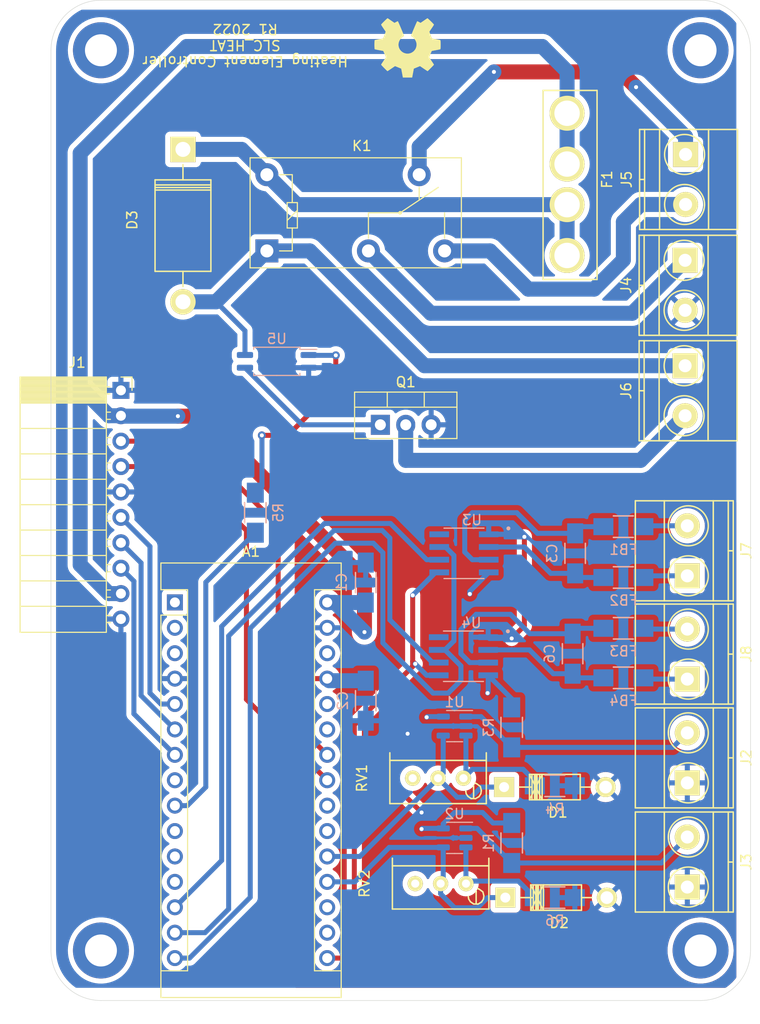
<source format=kicad_pcb>
(kicad_pcb (version 20211014) (generator pcbnew)
  (layers (0 "F.Cu" signal) (31 "B.Cu" signal) (34 "B.Paste" user) (35 "F.Paste" user) (36 "B.SilkS" user "B.Silkscreen") (37 "F.SilkS" user "F.Silkscreen") (38 "B.Mask" user) (39 "F.Mask" user) (44 "Edge.Cuts" user))
  (net 0 "")
  (net 3 "GND")
  (net 5 "+5V")
  (net 8 "/TMSTR1")
  (net 9 "/TMSTR2")
  (net 10 "/I2C_TC_CLK")
  (net 12 "/I2C_DAT")
  (net 14 "/SYNC")
  (net 16 "/E_STOP")
  (net 23 "+12V")
  (net 24 "/INT")
  (net 25 "/PWM")
  (net 26 "/TC_DATA")
  (net 27 "/TC_CLK")
  (net 28 "/SS1")
  (net 29 "/SS2")
  (net 30 "/T-1")
  (net 31 "/T+1")
  (net 32 "Net-(D3-Pad1)")
  (net 33 "Net-(Q1-Pad1)")
  (net 35 "/T-2")
  (net 36 "/T+2")
  (net 38 "Net-(D3-Pad2)")
  (net 39 "Net-(FB1-Pad2)")
  (net 40 "Net-(FB2-Pad2)")
  (net 41 "Net-(FB3-Pad2)")
  (net 42 "Net-(FB4-Pad2)")
  (net 43 "Net-(J2-Pad2)")
  (net 44 "Net-(J3-Pad2)")
  (net 45 "Net-(J5-Pad1)")
  (net 46 "Net-(J5-Pad2)")
  (net 47 "Net-(R4-Pad1)")
  (net 48 "Net-(R6-Pad1)")
  (net 51 "Net-(J6-Pad2)")
  (net 52 "Net-(J4-Pad1)")
  (net 53 "Net-(R5-Pad2)")
  (footprint "MountingHole:MountingHole_3.2mm_M3_DIN965_Pad" (layer "F.Cu") (at 127.6 44.8)
    (fp_text reference "H1" hide)
    (fp_text value "MountingHole")
    (pad "1" thru_hole circle locked (at 0 0) (size 5.6 5.6) (drill 3.2) (layers *.Cu *.Mask))
  )
  (footprint "MountingHole:MountingHole_3.2mm_M3_DIN965_Pad" (layer "F.Cu") (at 187.6 44.8)
    (fp_text reference "H2" hide)
    (fp_text value "MountingHole")
    (pad "1" thru_hole circle locked (at 0 0) (size 5.6 5.6) (drill 3.2) (layers *.Cu *.Mask))
  )
  (footprint "MountingHole:MountingHole_3.2mm_M3_DIN965_Pad" (layer "F.Cu") (at 127.6 134.8)
    (fp_text reference "H3" hide)
    (fp_text value "MountingHole")
    (pad "1" thru_hole circle locked (at 0 0) (size 5.6 5.6) (drill 3.2) (layers *.Cu *.Mask))
  )
  (footprint "MountingHole:MountingHole_3.2mm_M3_DIN965_Pad" (layer "F.Cu") (at 187.6 134.8)
    (fp_text reference "H4" hide)
    (fp_text value "MountingHole")
    (pad "1" thru_hole circle locked (at 0 0) (size 5.6 5.6) (drill 3.2) (layers *.Cu *.Mask))
  )
  (footprint "Module:Arduino_Nano" (layer "F.Cu") (at 135 100)
    (fp_text reference "A1" (at 7.62 -5.08) (layer "F.SilkS"))
    (fp_text value "Arduino_Nano_v3.x")
    (pad "1" thru_hole rect locked (at 0 0) (size 1.6 1.6) (drill 1) (layers *.Cu *.Mask))
    (pad "2" thru_hole oval locked (at 0 2.54) (size 1.6 1.6) (drill 1) (layers *.Cu *.Mask))
    (pad "3" thru_hole oval locked (at 0 5.08) (size 1.6 1.6) (drill 1) (layers *.Cu *.Mask))
    (pad "4" thru_hole oval locked (at 0 7.62) (size 1.6 1.6) (drill 1) (layers *.Cu *.Mask) (net 3 "GND"))
    (pad "5" thru_hole oval locked (at 0 10.16) (size 1.6 1.6) (drill 1) (layers *.Cu *.Mask) (net 16 "/E_STOP"))
    (pad "6" thru_hole oval locked (at 0 12.7) (size 1.6 1.6) (drill 1) (layers *.Cu *.Mask) (net 24 "/INT"))
    (pad "7" thru_hole oval locked (at 0 15.24) (size 1.6 1.6) (drill 1) (layers *.Cu *.Mask) (net 14 "/SYNC"))
    (pad "8" thru_hole oval locked (at 0 17.78) (size 1.6 1.6) (drill 1) (layers *.Cu *.Mask))
    (pad "9" thru_hole oval locked (at 0 20.32) (size 1.6 1.6) (drill 1) (layers *.Cu *.Mask) (net 25 "/PWM"))
    (pad "10" thru_hole oval locked (at 0 22.86) (size 1.6 1.6) (drill 1) (layers *.Cu *.Mask))
    (pad "11" thru_hole oval locked (at 0 25.4) (size 1.6 1.6) (drill 1) (layers *.Cu *.Mask))
    (pad "12" thru_hole oval locked (at 0 27.94) (size 1.6 1.6) (drill 1) (layers *.Cu *.Mask))
    (pad "13" thru_hole oval locked (at 0 30.48) (size 1.6 1.6) (drill 1) (layers *.Cu *.Mask) (net 28 "/SS1"))
    (pad "14" thru_hole oval locked (at 0 33.02) (size 1.6 1.6) (drill 1) (layers *.Cu *.Mask) (net 29 "/SS2"))
    (pad "15" thru_hole oval locked (at 0 35.56) (size 1.6 1.6) (drill 1) (layers *.Cu *.Mask) (net 26 "/TC_DATA"))
    (pad "16" thru_hole oval locked (at 15.24 35.56) (size 1.6 1.6) (drill 1) (layers *.Cu *.Mask) (net 27 "/TC_CLK"))
    (pad "17" thru_hole oval locked (at 15.24 33.02) (size 1.6 1.6) (drill 1) (layers *.Cu *.Mask))
    (pad "18" thru_hole oval locked (at 15.24 30.48) (size 1.6 1.6) (drill 1) (layers *.Cu *.Mask))
    (pad "19" thru_hole oval locked (at 15.24 27.94) (size 1.6 1.6) (drill 1) (layers *.Cu *.Mask) (net 9 "/TMSTR2"))
    (pad "20" thru_hole oval locked (at 15.24 25.4) (size 1.6 1.6) (drill 1) (layers *.Cu *.Mask) (net 8 "/TMSTR1"))
    (pad "21" thru_hole oval locked (at 15.24 22.86) (size 1.6 1.6) (drill 1) (layers *.Cu *.Mask))
    (pad "22" thru_hole oval locked (at 15.24 20.32) (size 1.6 1.6) (drill 1) (layers *.Cu *.Mask))
    (pad "23" thru_hole oval locked (at 15.24 17.78) (size 1.6 1.6) (drill 1) (layers *.Cu *.Mask) (net 12 "/I2C_DAT"))
    (pad "24" thru_hole oval locked (at 15.24 15.24) (size 1.6 1.6) (drill 1) (layers *.Cu *.Mask) (net 10 "/I2C_TC_CLK"))
    (pad "25" thru_hole oval locked (at 15.24 12.7) (size 1.6 1.6) (drill 1) (layers *.Cu *.Mask))
    (pad "26" thru_hole oval locked (at 15.24 10.16) (size 1.6 1.6) (drill 1) (layers *.Cu *.Mask))
    (pad "27" thru_hole oval locked (at 15.24 7.62) (size 1.6 1.6) (drill 1) (layers *.Cu *.Mask) (net 5 "+5V"))
    (pad "28" thru_hole oval locked (at 15.24 5.08) (size 1.6 1.6) (drill 1) (layers *.Cu *.Mask))
    (pad "29" thru_hole oval locked (at 15.24 2.54) (size 1.6 1.6) (drill 1) (layers *.Cu *.Mask) (net 3 "GND"))
    (pad "30" thru_hole oval locked (at 15.24 0) (size 1.6 1.6) (drill 1) (layers *.Cu *.Mask) (net 23 "+12V"))
  )
  (footprint "Connector_PinSocket_2.54mm:PinSocket_1x10_P2.54mm_Horizontal" (layer "F.Cu") (at 129.6 78.8)
    (fp_text reference "J1" (at -4.38 -2.77) (layer "F.SilkS"))
    (fp_text value "Conn_01x10_Female")
    (pad "1" thru_hole rect locked (at 0 0) (size 1.7 1.7) (drill 1) (layers *.Cu *.Mask) (net 3 "GND"))
    (pad "2" thru_hole oval locked (at 0 2.54) (size 1.7 1.7) (drill 1) (layers *.Cu *.Mask) (net 23 "+12V"))
    (pad "3" thru_hole oval locked (at 0 5.08) (size 1.7 1.7) (drill 1) (layers *.Cu *.Mask) (net 10 "/I2C_TC_CLK"))
    (pad "4" thru_hole oval locked (at 0 7.62) (size 1.7 1.7) (drill 1) (layers *.Cu *.Mask) (net 12 "/I2C_DAT"))
    (pad "5" thru_hole oval locked (at 0 10.16) (size 1.7 1.7) (drill 1) (layers *.Cu *.Mask) (net 3 "GND"))
    (pad "6" thru_hole oval locked (at 0 12.7) (size 1.7 1.7) (drill 1) (layers *.Cu *.Mask) (net 16 "/E_STOP"))
    (pad "7" thru_hole oval locked (at 0 15.24) (size 1.7 1.7) (drill 1) (layers *.Cu *.Mask) (net 24 "/INT"))
    (pad "8" thru_hole oval locked (at 0 17.78) (size 1.7 1.7) (drill 1) (layers *.Cu *.Mask) (net 14 "/SYNC"))
    (pad "9" thru_hole oval locked (at 0 20.32) (size 1.7 1.7) (drill 1) (layers *.Cu *.Mask) (net 23 "+12V"))
    (pad "10" thru_hole oval locked (at 0 22.86) (size 1.7 1.7) (drill 1) (layers *.Cu *.Mask) (net 3 "GND"))
  )
  (footprint "Symbol:OSHW-Symbol_6.7x6mm_SilkScreen" (layer "F.Cu") (at 158.287 44.55 180)
    (fp_text reference "Logo1" hide)
    (fp_text value "Logo_Open_Hardware_Small" hide)
  )
  (footprint "OCI:TerminalBlock_Pheonix_MKDS1.5-2pol" (layer "F.Cu") (at 186.273 118.043 90)
    (fp_text reference "J2" (at 2.5 5.9 90) (layer "F.SilkS"))
    (fp_text value "Term_2")
    (pad "1" thru_hole rect locked (at 0 0 90) (size 2.5 2.5) (drill 1.3) (layers *.Cu *.Mask "F.SilkS") (net 3 "GND"))
    (pad "2" thru_hole circle locked (at 5 0 90) (size 2.5 2.5) (drill 1.3) (layers *.Cu *.Mask "F.SilkS") (net 43 "Net-(J2-Pad2)"))
  )
  (footprint "OCI:TerminalBlock_Pheonix_MKDS1.5-2pol" (layer "F.Cu") (at 186.273 128.457 90)
    (fp_text reference "J3" (at 2.5 5.9 90) (layer "F.SilkS"))
    (fp_text value "Term_2")
    (pad "1" thru_hole rect locked (at 0 0 90) (size 2.5 2.5) (drill 1.3) (layers *.Cu *.Mask "F.SilkS") (net 3 "GND"))
    (pad "2" thru_hole circle locked (at 5 0 90) (size 2.5 2.5) (drill 1.3) (layers *.Cu *.Mask "F.SilkS") (net 44 "Net-(J3-Pad2)"))
  )
  (footprint "OCI:Diode_DO-201AD_Horizontal_RM15" (layer "F.Cu") (at 135.80504 54.70878 -90)
    (fp_text reference "D3" (at 7.06722 5.07704 90) (layer "F.SilkS"))
    (fp_text value "General_Purpose_Diode")
    (pad "1" thru_hole rect locked (at 0.00122 -0.00296 90) (size 2.54 2.54) (drill 1.50114) (layers *.Cu *.Mask "F.SilkS") (net 32 "Net-(D3-Pad1)"))
    (pad "2" thru_hole circle locked (at 15.24122 -0.00296 90) (size 2.54 2.54) (drill 1.50114) (layers *.Cu *.Mask "F.SilkS") (net 38 "Net-(D3-Pad2)"))
  )
  (footprint "OCI:TerminalBlock_Pheonix_MKDS1.5-2pol" (layer "F.Cu") (at 186.054 76.34 -90)
    (fp_text reference "J6" (at 2.5 5.9 90) (layer "F.SilkS"))
    (fp_text value "Term_2")
    (pad "1" thru_hole rect locked (at 0 0 270) (size 2.5 2.5) (drill 1.3) (layers *.Cu *.Mask "F.SilkS") (net 38 "Net-(D3-Pad2)"))
    (pad "2" thru_hole circle locked (at 5 0 270) (size 2.5 2.5) (drill 1.3) (layers *.Cu *.Mask "F.SilkS") (net 51 "Net-(J6-Pad2)"))
  )
  (footprint "Package_TO_SOT_THT:TO-220-3_Vertical" (layer "F.Cu") (at 155.56 82.245)
    (fp_text reference "Q1" (at 2.54 -4.27) (layer "F.SilkS"))
    (fp_text value "STGP7NC60HD")
    (pad "1" thru_hole rect (at 0 0) (size 1.905 2) (drill 1.1) (layers *.Cu *.Mask) (net 33 "Net-(Q1-Pad1)"))
    (pad "2" thru_hole oval (at 2.54 0) (size 1.905 2) (drill 1.1) (layers *.Cu *.Mask) (net 51 "Net-(J6-Pad2)"))
    (pad "3" thru_hole oval (at 5.08 0) (size 1.905 2) (drill 1.1) (layers *.Cu *.Mask) (net 3 "GND"))
  )
  (footprint "OCI:TerminalBlock_Pheonix_MKDS1.5-2pol" (layer "F.Cu") (at 186.1 55.218 -90)
    (fp_text reference "J5" (at 2.5 5.9 90) (layer "F.SilkS"))
    (fp_text value "Term_2")
    (pad "1" thru_hole rect locked (at 0 0 270) (size 2.5 2.5) (drill 1.3) (layers *.Cu *.Mask "F.SilkS") (net 45 "Net-(J5-Pad1)"))
    (pad "2" thru_hole circle locked (at 5 0 270) (size 2.5 2.5) (drill 1.3) (layers *.Cu *.Mask "F.SilkS") (net 46 "Net-(J5-Pad2)"))
  )
  (footprint "OCI:TerminalBlock_Pheonix_MKDS1.5-2pol" (layer "F.Cu") (at 186.273 107.669 90)
    (fp_text reference "J8" (at 2.5 5.9 90) (layer "F.SilkS"))
    (fp_text value "Term_2")
    (pad "1" thru_hole rect locked (at 0 0 90) (size 2.5 2.5) (drill 1.3) (layers *.Cu *.Mask "F.SilkS") (net 42 "Net-(FB4-Pad2)"))
    (pad "2" thru_hole circle locked (at 5 0 90) (size 2.5 2.5) (drill 1.3) (layers *.Cu *.Mask "F.SilkS") (net 41 "Net-(FB3-Pad2)"))
  )
  (footprint "OCI:Diode_DO-41_SOD81_Horizontal_RM10" (layer "F.Cu") (at 168.066 129.51554)
    (fp_text reference "D2" (at 5.38734 2.53746) (layer "F.SilkS"))
    (fp_text value "5.1V_z")
    (pad "1" thru_hole rect locked (at 0 -0.00254 180) (size 1.99898 1.99898) (drill 1.00076) (layers *.Cu *.Mask "F.SilkS") (net 9 "/TMSTR2"))
    (pad "2" thru_hole circle locked (at 10.16 -0.00254 180) (size 1.99898 1.99898) (drill 1.27) (layers *.Cu *.Mask "F.SilkS") (net 3 "GND"))
  )
  (footprint "OCI:TerminalBlock_Pheonix_MKDS1.5-2pol" (layer "F.Cu") (at 186.273 97.342 90)
    (fp_text reference "J7" (at 2.5 5.9 90) (layer "F.SilkS"))
    (fp_text value "Term_2")
    (pad "1" thru_hole rect locked (at 0 0 90) (size 2.5 2.5) (drill 1.3) (layers *.Cu *.Mask "F.SilkS") (net 40 "Net-(FB2-Pad2)"))
    (pad "2" thru_hole circle locked (at 5 0 90) (size 2.5 2.5) (drill 1.3) (layers *.Cu *.Mask "F.SilkS") (net 39 "Net-(FB1-Pad2)"))
  )
  (footprint "OCI:Potentiometer_Bourns_3296W_3-8Zoll_Inline_ScrewUp" (layer "F.Cu") (at 164.129 128.116 90)
    (fp_text reference "RV2" (at 0 -10.16 90) (layer "F.SilkS"))
    (fp_text value "10k_t")
    (pad "1" thru_hole circle locked (at 0 0 90) (size 1.524 1.524) (drill 0.8128) (layers *.Cu *.Mask "F.SilkS") (net 48 "Net-(R6-Pad1)"))
    (pad "2" thru_hole circle locked (at 0 -2.54 90) (size 1.524 1.524) (drill 0.8128) (layers *.Cu *.Mask "F.SilkS") (net 9 "/TMSTR2"))
    (pad "3" thru_hole circle locked (at 0 -5.08 90) (size 1.524 1.524) (drill 0.8128) (layers *.Cu *.Mask "F.SilkS"))
  )
  (footprint "OCI:TerminalBlock_Pheonix_MKDS1.5-2pol" (layer "F.Cu") (at 186.054 65.799 -90)
    (fp_text reference "J4" (at 2.5 5.9 90) (layer "F.SilkS"))
    (fp_text value "Term_2")
    (pad "1" thru_hole rect locked (at 0 0 270) (size 2.5 2.5) (drill 1.3) (layers *.Cu *.Mask "F.SilkS") (net 52 "Net-(J4-Pad1)"))
    (pad "2" thru_hole circle locked (at 5 0 270) (size 2.5 2.5) (drill 1.3) (layers *.Cu *.Mask "F.SilkS") (net 3 "GND"))
  )
  (footprint "OCI:Diode_DO-41_SOD81_Horizontal_RM10" (layer "F.Cu") (at 167.939 118.46654)
    (fp_text reference "D1" (at 5.38734 2.53746) (layer "F.SilkS"))
    (fp_text value "5.1V_z")
    (pad "1" thru_hole rect locked (at 0 -0.00254 180) (size 1.99898 1.99898) (drill 1.00076) (layers *.Cu *.Mask "F.SilkS") (net 8 "/TMSTR1"))
    (pad "2" thru_hole circle locked (at 10.16 -0.00254 180) (size 1.99898 1.99898) (drill 1.27) (layers *.Cu *.Mask "F.SilkS") (net 3 "GND"))
  )
  (footprint "OCI:Potentiometer_Bourns_3296W_3-8Zoll_Inline_ScrewUp" (layer "F.Cu") (at 163.875 117.575 90)
    (fp_text reference "RV1" (at 0 -10.16 90) (layer "F.SilkS"))
    (fp_text value "10k_t")
    (pad "1" thru_hole circle locked (at 0 0 90) (size 1.524 1.524) (drill 0.8128) (layers *.Cu *.Mask "F.SilkS") (net 47 "Net-(R4-Pad1)"))
    (pad "2" thru_hole circle locked (at 0 -2.54 90) (size 1.524 1.524) (drill 0.8128) (layers *.Cu *.Mask "F.SilkS") (net 8 "/TMSTR1"))
    (pad "3" thru_hole circle locked (at 0 -5.08 90) (size 1.524 1.524) (drill 0.8128) (layers *.Cu *.Mask "F.SilkS"))
  )
  (footprint "Relay_THT:Relay_SPDT_Omron-G5Q-1" (layer "F.Cu") (at 144.205 64.86)
    (fp_text reference "K1" (at 9.5 -10.5) (layer "F.SilkS"))
    (fp_text value "G5Q-1")
    (pad "1" thru_hole rect (at 0 0 180) (size 2.3 2.3) (drill 1.3) (layers *.Cu *.Mask) (net 38 "Net-(D3-Pad2)"))
    (pad "2" thru_hole circle (at 10.16 0 180) (size 2.3 2.3) (drill 1.3) (layers *.Cu *.Mask) (net 52 "Net-(J4-Pad1)"))
    (pad "3" thru_hole circle (at 17.78 0 180) (size 2.3 2.3) (drill 1.3) (layers *.Cu *.Mask) (net 46 "Net-(J5-Pad2)"))
    (pad "4" thru_hole circle (at 15.24 -7.62 180) (size 2.3 2.3) (drill 1.3) (layers *.Cu *.Mask) (net 45 "Net-(J5-Pad1)"))
    (pad "5" thru_hole circle (at 0 -7.62 180) (size 2.3 2.3) (drill 1.3) (layers *.Cu *.Mask) (net 32 "Net-(D3-Pad1)"))
  )
  (footprint "OCI:Fuse_Holder" (layer "F.Cu") (at 174.243 58.216 90)
    (fp_text reference "F1" (at 0.5 4 90) (layer "F.SilkS"))
    (fp_text value "10A")
    (pad "1" thru_hole circle locked (at -2.02 0 90) (size 3.5 3.5) (drill 2.54) (layers *.Cu *.Mask "F.SilkS") (net 32 "Net-(D3-Pad1)"))
    (pad "1" thru_hole circle locked (at -7.1 0 90) (size 3.5 3.5) (drill 2.54) (layers *.Cu *.Mask "F.SilkS") (net 32 "Net-(D3-Pad1)"))
    (pad "2" thru_hole circle locked (at 2.04 0 90) (size 3.5 3.5) (drill 2.54) (layers *.Cu *.Mask "F.SilkS") (net 23 "+12V"))
    (pad "2" thru_hole circle locked (at 7.12 0 90) (size 3.5 3.5) (drill 2.54) (layers *.Cu *.Mask "F.SilkS") (net 23 "+12V"))
  )
  (footprint "OCI:R_1206_HandSoldering" (layer "B.Cu") (at 179.877 107.542)
    (fp_text reference "FB4" (at 0 2.3) (layer "B.SilkS") (effects (justify mirror)))
    (fp_text value "Ferrite_Bead_Small")
    (pad "1" smd rect locked (at -2 0) (size 2 1.7) (layers "B.Cu" "B.Paste" "B.Mask") (net 35 "/T-2"))
    (pad "2" smd rect locked (at 2 0) (size 2 1.7) (layers "B.Cu" "B.Paste" "B.Mask") (net 42 "Net-(FB4-Pad2)"))
  )
  (footprint "OCI:R_1206_HandSoldering" (layer "B.Cu") (at 173.019 118.337)
    (fp_text reference "R4" (at 0 2.3) (layer "B.SilkS") (effects (justify mirror)))
    (fp_text value "10k")
    (pad "1" smd rect locked (at -2 0) (size 2 1.7) (layers "B.Cu" "B.Paste" "B.Mask") (net 47 "Net-(R4-Pad1)"))
    (pad "2" smd rect locked (at 2 0) (size 2 1.7) (layers "B.Cu" "B.Paste" "B.Mask") (net 3 "GND"))
  )
  (footprint "Package_TO_SOT_SMD:SOT-23-5" (layer "B.Cu") (at 162.986 123.544 180)
    (fp_text reference "U2" (at 0 2.4) (layer "B.SilkS") (effects (justify mirror)))
    (fp_text value "MCP6001U")
    (pad "1" smd roundrect (at -1.1375 0.95 180) (size 1.325 0.6) (layers "B.Cu" "B.Paste" "B.Mask") (net 44 "Net-(J3-Pad2)"))
    (pad "2" smd roundrect (at -1.1375 0 180) (size 1.325 0.6) (layers "B.Cu" "B.Paste" "B.Mask") (net 3 "GND"))
    (pad "3" smd roundrect (at -1.1375 -0.95 180) (size 1.325 0.6) (layers "B.Cu" "B.Paste" "B.Mask") (net 48 "Net-(R6-Pad1)"))
    (pad "4" smd roundrect (at 1.1375 -0.95 180) (size 1.325 0.6) (layers "B.Cu" "B.Paste" "B.Mask") (net 9 "/TMSTR2"))
    (pad "5" smd roundrect (at 1.1375 0.95 180) (size 1.325 0.6) (layers "B.Cu" "B.Paste" "B.Mask") (net 5 "+5V"))
  )
  (footprint "Package_TO_SOT_SMD:SOT-23-5" (layer "B.Cu") (at 162.986 112.368 180)
    (fp_text reference "U1" (at 0 2.4) (layer "B.SilkS") (effects (justify mirror)))
    (fp_text value "MCP6001U")
    (pad "1" smd roundrect (at -1.1375 0.95 180) (size 1.325 0.6) (layers "B.Cu" "B.Paste" "B.Mask") (net 43 "Net-(J2-Pad2)"))
    (pad "2" smd roundrect (at -1.1375 0 180) (size 1.325 0.6) (layers "B.Cu" "B.Paste" "B.Mask") (net 3 "GND"))
    (pad "3" smd roundrect (at -1.1375 -0.95 180) (size 1.325 0.6) (layers "B.Cu" "B.Paste" "B.Mask") (net 47 "Net-(R4-Pad1)"))
    (pad "4" smd roundrect (at 1.1375 -0.95 180) (size 1.325 0.6) (layers "B.Cu" "B.Paste" "B.Mask") (net 8 "/TMSTR1"))
    (pad "5" smd roundrect (at 1.1375 0.95 180) (size 1.325 0.6) (layers "B.Cu" "B.Paste" "B.Mask") (net 5 "+5V"))
  )
  (footprint "OCI:R_1206_HandSoldering" (layer "B.Cu") (at 173.019 129.513)
    (fp_text reference "R6" (at 0 2.3) (layer "B.SilkS") (effects (justify mirror)))
    (fp_text value "10k")
    (pad "1" smd rect locked (at -2 0) (size 2 1.7) (layers "B.Cu" "B.Paste" "B.Mask") (net 48 "Net-(R6-Pad1)"))
    (pad "2" smd rect locked (at 2 0) (size 2 1.7) (layers "B.Cu" "B.Paste" "B.Mask") (net 3 "GND"))
  )
  (footprint "OCI:C_1206_HandSoldering" (layer "B.Cu") (at 174.797 105.129 -90)
    (fp_text reference "C6" (at 0 2.3 -270) (layer "B.SilkS") (effects (justify mirror)))
    (fp_text value "0.01 uF")
    (pad "1" smd rect locked (at -2 0 270) (size 2 1.6) (layers "B.Cu" "B.Paste" "B.Mask") (net 36 "/T+2"))
    (pad "2" smd rect locked (at 2 0 270) (size 2 1.6) (layers "B.Cu" "B.Paste" "B.Mask") (net 35 "/T-2"))
  )
  (footprint "OCI:C_1206_HandSoldering" (layer "B.Cu") (at 154.096 98.017 90)
    (fp_text reference "C1" (at 0 -2.413 90) (layer "B.SilkS") (effects (justify mirror)))
    (fp_text value "10uF_t")
    (pad "1" smd rect locked (at -2 0 90) (size 2 1.6) (layers "B.Cu" "B.Paste" "B.Mask") (net 23 "+12V"))
    (pad "2" smd rect locked (at 2 0 90) (size 2 1.6) (layers "B.Cu" "B.Paste" "B.Mask") (net 3 "GND"))
  )
  (footprint "MAX6675ISA_:SOIC127P600X175-8N" (layer "B.Cu") (at 163.875 105.383 180)
    (fp_text reference "U4" (at -0.795 3.332) (layer "B.SilkS") (effects (justify mirror)))
    (fp_text value "MAX6675ISA+")
    (pad "1" smd roundrect locked (at -2.475 1.905 180) (size 1.97 0.59) (layers "B.Cu" "B.Paste" "B.Mask") (roundrect_rratio 0.07) (net 3 "GND"))
    (pad "2" smd roundrect locked (at -2.475 0.635 180) (size 1.97 0.59) (layers "B.Cu" "B.Paste" "B.Mask") (roundrect_rratio 0.07) (net 35 "/T-2"))
    (pad "3" smd roundrect locked (at -2.475 -0.635 180) (size 1.97 0.59) (layers "B.Cu" "B.Paste" "B.Mask") (roundrect_rratio 0.07) (net 36 "/T+2"))
    (pad "4" smd roundrect locked (at -2.475 -1.905 180) (size 1.97 0.59) (layers "B.Cu" "B.Paste" "B.Mask") (roundrect_rratio 0.07) (net 5 "+5V"))
    (pad "5" smd roundrect locked (at 2.475 -1.905 180) (size 1.97 0.59) (layers "B.Cu" "B.Paste" "B.Mask") (roundrect_rratio 0.07) (net 27 "/TC_CLK"))
    (pad "6" smd roundrect locked (at 2.475 -0.635 180) (size 1.97 0.59) (layers "B.Cu" "B.Paste" "B.Mask") (roundrect_rratio 0.07) (net 29 "/SS2"))
    (pad "7" smd roundrect locked (at 2.475 0.635 180) (size 1.97 0.59) (layers "B.Cu" "B.Paste" "B.Mask") (roundrect_rratio 0.07) (net 26 "/TC_DATA"))
    (pad "8" smd roundrect locked (at 2.475 1.905 180) (size 1.97 0.59) (layers "B.Cu" "B.Paste" "B.Mask") (roundrect_rratio 0.07))
  )
  (footprint "OCI:R_1206_HandSoldering" (layer "B.Cu") (at 179.877 92.429)
    (fp_text reference "FB1" (at 0 2.3) (layer "B.SilkS") (effects (justify mirror)))
    (fp_text value "Ferrite_Bead_Small")
    (pad "1" smd rect locked (at -2 0) (size 2 1.7) (layers "B.Cu" "B.Paste" "B.Mask") (net 31 "/T+1"))
    (pad "2" smd rect locked (at 2 0) (size 2 1.7) (layers "B.Cu" "B.Paste" "B.Mask") (net 39 "Net-(FB1-Pad2)"))
  )
  (footprint "OCI:R_1206_HandSoldering" (layer "B.Cu") (at 143.047 91.032 90)
    (fp_text reference "R5" (at 0 2.3 90) (layer "B.SilkS") (effects (justify mirror)))
    (fp_text value "330")
    (pad "1" smd rect locked (at -2 0 90) (size 2 1.7) (layers "B.Cu" "B.Paste" "B.Mask") (net 25 "/PWM"))
    (pad "2" smd rect locked (at 2 0 90) (size 2 1.7) (layers "B.Cu" "B.Paste" "B.Mask") (net 53 "Net-(R5-Pad2)"))
  )
  (footprint "OCI:R_1206_HandSoldering" (layer "B.Cu") (at 179.877 102.589)
    (fp_text reference "FB3" (at 0 2.3) (layer "B.SilkS") (effects (justify mirror)))
    (fp_text value "Ferrite_Bead_Small")
    (pad "1" smd rect locked (at -2 0) (size 2 1.7) (layers "B.Cu" "B.Paste" "B.Mask") (net 36 "/T+2"))
    (pad "2" smd rect locked (at 2 0) (size 2 1.7) (layers "B.Cu" "B.Paste" "B.Mask") (net 41 "Net-(FB3-Pad2)"))
  )
  (footprint "OCI:R_1206_HandSoldering" (layer "B.Cu") (at 168.701 124.052 -90)
    (fp_text reference "R1" (at 0 2.3 90) (layer "B.SilkS") (effects (justify mirror)))
    (fp_text value "10k")
    (pad "1" smd rect locked (at -2 0 270) (size 2 1.7) (layers "B.Cu" "B.Paste" "B.Mask") (net 5 "+5V"))
    (pad "2" smd rect locked (at 2 0 270) (size 2 1.7) (layers "B.Cu" "B.Paste" "B.Mask") (net 44 "Net-(J3-Pad2)"))
  )
  (footprint "Package_SO:SOP-4_4.4x2.6mm_P1.27mm" (layer "B.Cu") (at 145.2 75.9 180)
    (fp_text reference "U5" (at 0 2.25) (layer "B.SilkS") (effects (justify mirror)))
    (fp_text value "TCMT1100")
    (pad "1" smd roundrect (at -3.1875 0.635 180) (size 1.625 0.6) (layers "B.Cu" "B.Paste" "B.Mask") (net 53 "Net-(R5-Pad2)"))
    (pad "2" smd roundrect (at -3.1875 -0.635 180) (size 1.625 0.6) (layers "B.Cu" "B.Paste" "B.Mask") (net 3 "GND"))
    (pad "3" smd roundrect (at 3.1875 -0.635 180) (size 1.625 0.6) (layers "B.Cu" "B.Paste" "B.Mask") (net 33 "Net-(Q1-Pad1)"))
    (pad "4" smd roundrect (at 3.1875 0.635 180) (size 1.625 0.6) (layers "B.Cu" "B.Paste" "B.Mask") (net 38 "Net-(D3-Pad2)"))
  )
  (footprint "OCI:R_1206_HandSoldering" (layer "B.Cu") (at 168.701 112.495 -90)
    (fp_text reference "R3" (at 0 2.3 90) (layer "B.SilkS") (effects (justify mirror)))
    (fp_text value "10k")
    (pad "1" smd rect locked (at -2 0 270) (size 2 1.7) (layers "B.Cu" "B.Paste" "B.Mask") (net 5 "+5V"))
    (pad "2" smd rect locked (at 2 0 270) (size 2 1.7) (layers "B.Cu" "B.Paste" "B.Mask") (net 43 "Net-(J2-Pad2)"))
  )
  (footprint "OCI:C_1206_HandSoldering" (layer "B.Cu") (at 175.051 95.096 -90)
    (fp_text reference "C3" (at 0 2.3 -270) (layer "B.SilkS") (effects (justify mirror)))
    (fp_text value "0.01 uF")
    (pad "1" smd rect locked (at -2 0 270) (size 2 1.6) (layers "B.Cu" "B.Paste" "B.Mask") (net 31 "/T+1"))
    (pad "2" smd rect locked (at 2 0 270) (size 2 1.6) (layers "B.Cu" "B.Paste" "B.Mask") (net 30 "/T-1"))
  )
  (footprint "OCI:C_1206_HandSoldering" (layer "B.Cu") (at 154.096 109.828 -90)
    (fp_text reference "C2" (at 0 2.3 90) (layer "B.SilkS") (effects (justify mirror)))
    (fp_text value "10uF_t")
    (pad "1" smd rect locked (at -2 0 270) (size 2 1.6) (layers "B.Cu" "B.Paste" "B.Mask") (net 5 "+5V"))
    (pad "2" smd rect locked (at 2 0 270) (size 2 1.6) (layers "B.Cu" "B.Paste" "B.Mask") (net 3 "GND"))
  )
  (footprint "MAX6675ISA_:SOIC127P600X175-8N" (layer "B.Cu") (at 163.928 95.096 180)
    (fp_text reference "U3" (at -0.795 3.332) (layer "B.SilkS") (effects (justify mirror)))
    (fp_text value "MAX6675ISA+")
    (pad "1" smd roundrect locked (at -2.475 1.905 180) (size 1.97 0.59) (layers "B.Cu" "B.Paste" "B.Mask") (roundrect_rratio 0.07) (net 3 "GND"))
    (pad "2" smd roundrect locked (at -2.475 0.635 180) (size 1.97 0.59) (layers "B.Cu" "B.Paste" "B.Mask") (roundrect_rratio 0.07) (net 30 "/T-1"))
    (pad "3" smd roundrect locked (at -2.475 -0.635 180) (size 1.97 0.59) (layers "B.Cu" "B.Paste" "B.Mask") (roundrect_rratio 0.07) (net 31 "/T+1"))
    (pad "4" smd roundrect locked (at -2.475 -1.905 180) (size 1.97 0.59) (layers "B.Cu" "B.Paste" "B.Mask") (roundrect_rratio 0.07) (net 5 "+5V"))
    (pad "5" smd roundrect locked (at 2.475 -1.905 180) (size 1.97 0.59) (layers "B.Cu" "B.Paste" "B.Mask") (roundrect_rratio 0.07) (net 27 "/TC_CLK"))
    (pad "6" smd roundrect locked (at 2.475 -0.635 180) (size 1.97 0.59) (layers "B.Cu" "B.Paste" "B.Mask") (roundrect_rratio 0.07) (net 28 "/SS1"))
    (pad "7" smd roundrect locked (at 2.475 0.635 180) (size 1.97 0.59) (layers "B.Cu" "B.Paste" "B.Mask") (roundrect_rratio 0.07) (net 26 "/TC_DATA"))
    (pad "8" smd roundrect locked (at 2.475 1.905 180) (size 1.97 0.59) (layers "B.Cu" "B.Paste" "B.Mask") (roundrect_rratio 0.07))
  )
  (footprint "OCI:R_1206_HandSoldering" (layer "B.Cu") (at 179.877 97.509)
    (fp_text reference "FB2" (at 0 2.3) (layer "B.SilkS") (effects (justify mirror)))
    (fp_text value "Ferrite_Bead_Small")
    (pad "1" smd rect locked (at -2 0) (size 2 1.7) (layers "B.Cu" "B.Paste" "B.Mask") (net 30 "/T-1"))
    (pad "2" smd rect locked (at 2 0) (size 2 1.7) (layers "B.Cu" "B.Paste" "B.Mask") (net 40 "Net-(FB2-Pad2)"))
  )
  (gr_line (start 192.6 44.8) (end 192.6 134.8) (layer "Edge.Cuts") (width 0.05))
  (gr_arc (start 192.6 134.8) (mid 191.135534 138.335534) (end 187.6 139.8) (layer "Edge.Cuts") (width 0.05))
  (gr_arc (start 122.6 44.8) (mid 124.064466 41.264466) (end 127.6 39.8) (layer "Edge.Cuts") (width 0.05))
  (gr_line (start 122.6 134.8) (end 122.6 44.8) (layer "Edge.Cuts") (width 0.05))
  (gr_arc (start 127.6 139.8) (mid 124.064466 138.335534) (end 122.6 134.8) (layer "Edge.Cuts") (width 0.05))
  (gr_line (start 127.6 139.8) (end 187.6 139.8) (layer "Edge.Cuts") (width 0.05))
  (gr_line (start 127.6 39.8) (end 187.6 39.8) (layer "Edge.Cuts") (width 0.05))
  (gr_arc (start 187.6 39.8) (mid 191.135534 41.264466) (end 192.6 44.8) (layer "Edge.Cuts") (width 0.05))
  (gr_text "Heating Element Controller\nSLC_HEAT\nR1 2022" (at 142.031 44.296 180) (layer "F.SilkS") (effects (font (size 1 1))))
  (segment (start 156.636 114.781) (end 156.636 117.956) (width 0.5) (layer "F.Cu") (net 3))
  (segment (start 169.971 102.335) (end 168.701 103.605) (width 0.5) (layer "F.Cu") (net 3))
  (segment (start 156.636 117.956) (end 159.684 121.004) (width 0.5) (layer "F.Cu") (net 3))
  (segment (start 158.287 113.13) (end 156.636 114.781) (width 0.5) (layer "F.Cu") (net 3))
  (segment (start 169.971 93.445) (end 169.971 102.335) (width 0.5) (layer "F.Cu") (net 3))
  (via (at 158.287 113.13) (size 0.5) (drill 0.4) (layers "F.Cu" "B.Cu") (net 3))
  (via (at 168.701 103.605) (size 0.5) (drill 0.4) (layers "F.Cu" "B.Cu") (net 3))
  (via (at 169.971 93.445) (size 0.5) (drill 0.4) (layers "F.Cu" "B.Cu") (net 3))
  (via (at 159.684 121.004) (size 0.5) (drill 0.4) (layers "F.Cu" "B.Cu") (net 3))
  (segment (start 169.717 93.191) (end 169.971 93.445) (width 0.5) (layer "B.Cu") (net 3))
  (segment (start 168.701 103.605) (end 166.477 103.605) (width 0.5) (layer "B.Cu") (net 3))
  (segment (start 166.477 103.605) (end 166.35 103.478) (width 0.5) (layer "B.Cu") (net 3))
  (segment (start 164.1235 112.368) (end 159.049 112.368) (width 0.5) (layer "B.Cu") (net 3))
  (segment (start 159.049 112.368) (end 158.287 113.13) (width 0.5) (layer "B.Cu") (net 3))
  (segment (start 166.403 93.191) (end 169.717 93.191) (width 0.5) (layer "B.Cu") (net 3))
  (segment (start 166.288 109.066) (end 164.51 107.288) (width 0.5) (layer "F.Cu") (net 5))
  (segment (start 164.51 107.288) (end 164.51 99.16) (width 0.5) (layer "F.Cu") (net 5))
  (via (at 164.51 99.16) (size 0.5) (drill 0.4) (layers "F.Cu" "B.Cu") (net 5))
  (via (at 159.684 122.655) (size 0.5) (drill 0.4) (layers "F.Cu" "B.Cu") (net 5))
  (via (at 160.192 111.479) (size 0.5) (drill 0.4) (layers "F.Cu" "B.Cu") (net 5))
  (via (at 166.288 109.066) (size 0.5) (drill 0.4) (layers "F.Cu" "B.Cu") (net 5))
  (segment (start 168.701 109.639) (end 166.35 107.288) (width 0.5) (layer "B.Cu") (net 5))
  (segment (start 164.51 98.894) (end 166.403 97.001) (width 0.5) (layer "B.Cu") (net 5))
  (segment (start 166.828 122.052) (end 165.78 121.004) (width 0.5) (layer "B.Cu") (net 5))
  (segment (start 161.8485 122.594) (end 159.745 122.594) (width 0.5) (layer "B.Cu") (net 5))
  (segment (start 164.51 99.16) (end 164.51 98.894) (width 0.5) (layer "B.Cu") (net 5))
  (segment (start 166.35 109.004) (end 166.288 109.066) (width 0.5) (layer "B.Cu") (net 5))
  (segment (start 154.096 107.828) (end 150.448 107.828) (width 1.5) (layer "B.Cu") (net 5))
  (segment (start 168.701 122.052) (end 166.828 122.052) (width 0.5) (layer "B.Cu") (net 5))
  (segment (start 159.745 122.594) (end 159.684 122.655) (width 0.5) (layer "B.Cu") (net 5))
  (segment (start 162.986 121.004) (end 161.8485 122.1415) (width 0.5) (layer "B.Cu") (net 5))
  (segment (start 165.78 121.004) (end 162.986 121.004) (width 0.5) (layer "B.Cu") (net 5))
  (segment (start 168.701 110.495) (end 168.701 109.639) (width 0.5) (layer "B.Cu") (net 5))
  (segment (start 161.8485 122.1415) (end 161.8485 122.594) (width 0.5) (layer "B.Cu") (net 5))
  (segment (start 161.8485 111.418) (end 160.253 111.418) (width 0.5) (layer "B.Cu") (net 5))
  (segment (start 150.42 107.8) (end 150.24 107.62) (width 0.5) (layer "B.Cu") (net 5))
  (segment (start 160.253 111.418) (end 160.192 111.479) (width 0.5) (layer "B.Cu") (net 5))
  (segment (start 166.35 107.288) (end 166.35 109.004) (width 0.5) (layer "B.Cu") (net 5))
  (segment (start 150.448 107.828) (end 150.24 107.62) (width 1.5) (layer "B.Cu") (net 5))
  (segment (start 161.8485 113.318) (end 161.8485 117.0615) (width 0.5) (layer "B.Cu") (net 8))
  (segment (start 163.24 119.48) (end 161.335 117.575) (width 0.5) (layer "B.Cu") (net 8))
  (segment (start 161.8485 117.0615) (end 161.335 117.575) (width 0.5) (layer "B.Cu") (net 8))
  (segment (start 165.653 118.464) (end 164.637 119.48) (width 0.5) (layer "B.Cu") (net 8))
  (segment (start 167.939 118.464) (end 165.653 118.464) (width 0.5) (layer "B.Cu") (net 8))
  (segment (start 164.637 119.48) (end 163.24 119.48) (width 0.5) (layer "B.Cu") (net 8))
  (segment (start 150.24 125.4) (end 153.51 125.4) (width 0.5) (layer "B.Cu") (net 8))
  (segment (start 153.51 125.4) (end 161.335 117.575) (width 0.5) (layer "B.Cu") (net 8))
  (segment (start 161.589 129.132) (end 161.589 128.116) (width 0.5) (layer "B.Cu") (net 9))
  (segment (start 162.986 130.529) (end 161.589 129.132) (width 0.5) (layer "B.Cu") (net 9))
  (segment (start 150.24 127.94) (end 153.002 127.94) (width 0.5) (layer "B.Cu") (net 9))
  (segment (start 166.288 129.513) (end 165.272 130.529) (width 0.5) (layer "B.Cu") (net 9))
  (segment (start 153.002 127.94) (end 156.448 124.494) (width 0.5) (layer "B.Cu") (net 9))
  (segment (start 161.8485 127.8565) (end 161.589 128.116) (width 0.5) (layer "B.Cu") (net 9))
  (segment (start 168.066 129.513) (end 166.288 129.513) (width 0.5) (layer "B.Cu") (net 9))
  (segment (start 165.272 130.529) (end 162.986 130.529) (width 0.5) (layer "B.Cu") (net 9))
  (segment (start 156.448 124.494) (end 161.8485 124.494) (width 0.5) (layer "B.Cu") (net 9))
  (segment (start 161.8485 124.494) (end 161.8485 127.8565) (width 0.5) (layer "B.Cu") (net 9))
  (segment (start 145.333 92.302) (end 136.911 83.88) (width 0.5) (layer "F.Cu") (net 10))
  (segment (start 150.24 115.24) (end 145.333 110.333) (width 0.5) (layer "F.Cu") (net 10))
  (segment (start 145.333 110.333) (end 145.333 92.302) (width 0.5) (layer "F.Cu") (net 10))
  (segment (start 136.911 83.88) (end 129.6 83.88) (width 0.5) (layer "F.Cu") (net 10))
  (segment (start 142.158 109.698) (end 150.24 117.78) (width 0.5) (layer "F.Cu") (net 12))
  (segment (start 135.768 86.42) (end 142.158 92.81) (width 0.5) (layer "F.Cu") (net 12))
  (segment (start 129.6 86.42) (end 135.768 86.42) (width 0.5) (layer "F.Cu") (net 12))
  (segment (start 142.158 92.81) (end 142.158 109.698) (width 0.5) (layer "F.Cu") (net 12))
  (segment (start 130.899511 97.879511) (end 130.899511 111.139511) (width 0.5) (layer "B.Cu") (net 14))
  (segment (start 130.899511 111.139511) (end 135 115.24) (width 0.5) (layer "B.Cu") (net 14))
  (segment (start 129.6 96.58) (end 130.899511 97.879511) (width 0.5) (layer "B.Cu") (net 14))
  (segment (start 132.506 94.406) (end 132.506 109.066) (width 0.5) (layer "B.Cu") (net 16))
  (segment (start 129.6 91.5) (end 132.506 94.406) (width 0.5) (layer "B.Cu") (net 16))
  (segment (start 133.6 110.16) (end 135 110.16) (width 0.5) (layer "B.Cu") (net 16))
  (segment (start 132.506 109.066) (end 133.6 110.16) (width 0.5) (layer "B.Cu") (net 16))
  (segment (start 130.18 91.5) (end 129.6 91.5) (width 0.5) (layer "B.Cu") (net 16))
  (segment (start 153.969 102.97) (end 153.969 97.669) (width 1.5) (layer "F.Cu") (net 23))
  (segment (start 137.68 81.38) (end 135.3 81.38) (width 1.5) (layer "F.Cu") (net 23))
  (segment (start 153.969 97.669) (end 137.68 81.38) (width 1.5) (layer "F.Cu") (net 23))
  (via (at 153.969 102.97) (size 0.5) (drill 0.4) (layers "F.Cu" "B.Cu") (net 23))
  (via (at 135.3 81.38) (size 0.5) (drill 0.4) (layers "F.Cu" "B.Cu") (net 23))
  (segment (start 128.397919 81.34) (end 129.6 81.34) (width 1.5) (layer "B.Cu") (net 23))
  (segment (start 174.243 51.096) (end 174.243 56.176) (width 1.5) (layer "B.Cu") (net 23))
  (segment (start 125.521 96.243081) (end 125.521 78.463081) (width 1.5) (layer "B.Cu") (net 23))
  (segment (start 171.759 44.423) (end 136.189 44.423) (width 1.5) (layer "B.Cu") (net 23))
  (segment (start 174.243 46.907) (end 174.243 51.096) (width 1.5) (layer "B.Cu") (net 23))
  (segment (start 150.24 100) (end 150.999 100) (width 1.5) (layer "B.Cu") (net 23))
  (segment (start 150.257 100.017) (end 150.24 100) (width 1.5) (layer "B.Cu") (net 23))
  (segment (start 171.759 44.423) (end 174.243 46.907) (width 1.5) (layer "B.Cu") (net 23))
  (segment (start 125.521 78.463081) (end 128.397919 81.34) (width 1.5) (layer "B.Cu") (net 23))
  (segment (start 136.189 44.423) (end 125.521 55.091) (width 1.5) (layer "B.Cu") (net 23))
  (segment (start 128.99 81.34) (end 129.6 81.34) (width 0.5) (layer "B.Cu") (net 23))
  (segment (start 150.999 100) (end 153.969 102.97) (width 1.5) (layer "B.Cu") (net 23))
  (segment (start 129.6 99.12) (end 128.397919 99.12) (width 1.5) (layer "B.Cu") (net 23))
  (segment (start 129.64 81.38) (end 129.6 81.34) (width 1.5) (layer "B.Cu") (net 23))
  (segment (start 128.397919 99.12) (end 125.521 96.243081) (width 1.5) (layer "B.Cu") (net 23))
  (segment (start 154.096 100.017) (end 150.257 100.017) (width 1.5) (layer "B.Cu") (net 23))
  (segment (start 125.521 55.091) (end 125.521 78.463081) (width 1.5) (layer "B.Cu") (net 23))
  (segment (start 135.3 81.38) (end 129.64 81.38) (width 1.5) (layer "B.Cu") (net 23))
  (segment (start 174.299 51.04) (end 174.243 51.096) (width 1.5) (layer "B.Cu") (net 23))
  (segment (start 129.6 94.04) (end 131.617 96.057) (width 0.5) (layer "B.Cu") (net 24))
  (segment (start 131.617 96.057) (end 131.617 109.317) (width 0.5) (layer "B.Cu") (net 24))
  (segment (start 130.18 94.04) (end 129.6 94.04) (width 0.5) (layer "B.Cu") (net 24))
  (segment (start 131.617 109.317) (end 135 112.7) (width 0.5) (layer "B.Cu") (net 24))
  (segment (start 138.094 118.464) (end 138.094 97.985) (width 0.5) (layer "B.Cu") (net 25))
  (segment (start 136.238 120.32) (end 138.094 118.464) (width 0.5) (layer "B.Cu") (net 25))
  (segment (start 138.094 97.985) (end 143.047 93.032) (width 0.5) (layer "B.Cu") (net 25))
  (segment (start 135 120.32) (end 136.238 120.32) (width 0.5) (layer "B.Cu") (net 25))
  (segment (start 162.92148 103.848044) (end 162.021524 104.748) (width 0.5) (layer "B.Cu") (net 26))
  (segment (start 163.621 107.796) (end 163.621 106.347476) (width 0.5) (layer "B.Cu") (net 26))
  (segment (start 160.827 109.066) (end 162.351 109.066) (width 0.5) (layer "B.Cu") (net 26))
  (segment (start 162.021524 104.748) (end 161.4 104.748) (width 0.5) (layer "B.Cu") (net 26))
  (segment (start 136.46527 135.56) (end 142.539 129.48627) (width 0.5) (layer "B.Cu") (net 26))
  (segment (start 135 135.56) (end 136.46527 135.56) (width 0.5) (layer "B.Cu") (net 26))
  (segment (start 155.80948 95.031458) (end 155.80948 104.04848) (width 0.5) (layer "B.Cu") (net 26))
  (segment (start 161.453 94.461) (end 162.074524 94.461) (width 0.5) (layer "B.Cu") (net 26))
  (segment (start 154.858022 94.08) (end 155.80948 95.031458) (width 0.5) (layer "B.Cu") (net 26))
  (segment (start 155.80948 104.04848) (end 160.827 109.066) (width 0.5) (layer "B.Cu") (net 26))
  (segment (start 163.621 106.347476) (end 162.021524 104.748) (width 0.5) (layer "B.Cu") (net 26))
  (segment (start 162.92148 95.307956) (end 162.92148 103.848044) (width 0.5) (layer "B.Cu") (net 26))
  (segment (start 151.048 94.08) (end 154.858022 94.08) (width 0.5) (layer "B.Cu") (net 26))
  (segment (start 162.351 109.066) (end 163.621 107.796) (width 0.5) (layer "B.Cu") (net 26))
  (segment (start 142.539 102.589) (end 151.048 94.08) (width 0.5) (layer "B.Cu") (net 26))
  (segment (start 142.539 129.48627) (end 142.539 102.589) (width 0.5) (layer "B.Cu") (net 26))
  (segment (start 162.074524 94.461) (end 162.92148 95.307956) (width 0.5) (layer "B.Cu") (net 26))
  (segment (start 158.795 99.287) (end 158.795 105.891) (width 0.5) (layer "F.Cu") (net 27))
  (segment (start 158.541 106.653) (end 158.795 106.399) (width 0.5) (layer "F.Cu") (net 27))
  (segment (start 158.541 106.653) (end 152.953 112.241) (width 0.5) (layer "F.Cu") (net 27))
  (segment (start 152.24 135.56) (end 150.24 135.56) (width 0.5) (layer "F.Cu") (net 27))
  (segment (start 152.953 134.847) (end 152.24 135.56) (width 0.5) (layer "F.Cu") (net 27))
  (segment (start 152.953 112.241) (end 152.953 134.847) (width 0.5) (layer "F.Cu") (net 27))
  (segment (start 158.795 106.399) (end 158.795 105.891) (width 0.5) (layer "F.Cu") (net 27))
  (segment (start 159.049 106.145) (end 158.541 106.653) (width 0.5) (layer "F.Cu") (net 27))
  (segment (start 158.795 105.891) (end 159.049 106.145) (width 0.5) (layer "F.Cu") (net 27))
  (via (at 158.795 99.287) (size 0.5) (drill 0.4) (layers "F.Cu" "B.Cu") (net 27))
  (via (at 159.049 106.145) (size 0.5) (drill 0.4) (layers "F.Cu" "B.Cu") (net 27))
  (segment (start 161.081 97.001) (end 158.795 99.287) (width 0.5) (layer "B.Cu") (net 27))
  (segment (start 159.049 106.145) (end 160.192 107.288) (width 0.5) (layer "B.Cu") (net 27))
  (segment (start 161.453 97.001) (end 161.081 97.001) (width 0.5) (layer "B.Cu") (net 27))
  (segment (start 160.192 107.288) (end 161.4 107.288) (width 0.5) (layer "B.Cu") (net 27))
  (segment (start 160.192 95.731) (end 161.453 95.731) (width 0.5) (layer "B.Cu") (net 28))
  (segment (start 135 130.48) (end 139.68048 125.79952) (width 0.5) (layer "B.Cu") (net 28))
  (segment (start 156.571481 92.110481) (end 160.192 95.731) (width 0.5) (layer "B.Cu") (net 28))
  (segment (start 139.68048 102.39952) (end 149.969519 92.110481) (width 0.5) (layer "B.Cu") (net 28))
  (segment (start 139.68048 125.79952) (end 139.68048 102.39952) (width 0.5) (layer "B.Cu") (net 28))
  (segment (start 149.969519 92.110481) (end 156.571481 92.110481) (width 0.5) (layer "B.Cu") (net 28))
  (segment (start 150.921 92.81) (end 140.38 103.351) (width 0.5) (layer "B.Cu") (net 29))
  (segment (start 140.38 103.351) (end 140.38 130.656) (width 0.5) (layer "B.Cu") (net 29))
  (segment (start 156.509 101.748524) (end 156.509 93.572) (width 0.5) (layer "B.Cu") (net 29))
  (segment (start 161.4 106.018) (end 160.778476 106.018) (width 0.5) (layer "B.Cu") (net 29))
  (segment (start 156.509 93.572) (end 155.747 92.81) (width 0.5) (layer "B.Cu") (net 29))
  (segment (start 140.38 130.656) (end 138.016 133.02) (width 0.5) (layer "B.Cu") (net 29))
  (segment (start 160.778476 106.018) (end 156.509 101.748524) (width 0.5) (layer "B.Cu") (net 29))
  (segment (start 138.016 133.02) (end 135 133.02) (width 0.5) (layer "B.Cu") (net 29))
  (segment (start 155.747 92.81) (end 150.921 92.81) (width 0.5) (layer "B.Cu") (net 29))
  (segment (start 172.606 97.096) (end 169.971 94.461) (width 0.5) (layer "B.Cu") (net 30))
  (segment (start 175.051 97.096) (end 172.606 97.096) (width 0.5) (layer "B.Cu") (net 30))
  (segment (start 177.877 97.509) (end 175.464 97.509) (width 0.5) (layer "B.Cu") (net 30))
  (segment (start 169.971 94.461) (end 166.403 94.461) (width 0.5) (layer "B.Cu") (net 30))
  (segment (start 175.464 97.509) (end 175.051 97.096) (width 0.5) (layer "B.Cu") (net 30))
  (segment (start 164.002 94.969) (end 164.764 95.731) (width 0.5) (layer "B.Cu") (net 31))
  (segment (start 177.877 92.429) (end 175.718 92.429) (width 0.5) (layer "B.Cu") (net 31))
  (segment (start 164.002 91.794) (end 164.002 94.969) (width 0.5) (layer "B.Cu") (net 31))
  (segment (start 164.764 91.032) (end 164.002 91.794) (width 0.5) (layer "B.Cu") (net 31))
  (segment (start 164.764 95.731) (end 166.403 95.731) (width 0.5) (layer "B.Cu") (net 31))
  (segment (start 175.051 93.096) (end 171.273 93.096) (width 0.5) (layer "B.Cu") (net 31))
  (segment (start 175.718 92.429) (end 175.051 93.096) (width 0.5) (layer "B.Cu") (net 31))
  (segment (start 171.273 93.096) (end 169.209 91.032) (width 0.5) (layer "B.Cu") (net 31))
  (segment (start 169.209 91.032) (end 164.764 91.032) (width 0.5) (layer "B.Cu") (net 31))
  (segment (start 135.808 54.71) (end 141.675 54.71) (width 1.5) (layer "B.Cu") (net 32))
  (segment (start 144.205 57.24) (end 147.201 60.236) (width 1.5) (layer "B.Cu") (net 32))
  (segment (start 141.675 54.71) (end 144.205 57.24) (width 1.5) (layer "B.Cu") (net 32))
  (segment (start 174.243 60.236) (end 174.243 65.316) (width 1.5) (layer "B.Cu") (net 32))
  (segment (start 147.201 60.236) (end 174.243 60.236) (width 1.5) (layer "B.Cu") (net 32))
  (segment (start 142.0125 76.535) (end 147.7225 82.245) (width 0.5) (layer "B.Cu") (net 33))
  (segment (start 147.7225 82.245) (end 155.56 82.245) (width 0.5) (layer "B.Cu") (net 33))
  (segment (start 174.797 107.129) (end 172.86 107.129) (width 0.5) (layer "B.Cu") (net 35))
  (segment (start 172.86 107.129) (end 170.479 104.748) (width 0.5) (layer "B.Cu") (net 35))
  (segment (start 177.877 107.542) (end 175.21 107.542) (width 0.5) (layer "B.Cu") (net 35))
  (segment (start 170.479 104.748) (end 166.35 104.748) (width 0.5) (layer "B.Cu") (net 35))
  (segment (start 175.21 107.542) (end 174.797 107.129) (width 0.5) (layer "B.Cu") (net 35))
  (segment (start 163.621 102.716) (end 163.621 105.129) (width 0.5) (layer "B.Cu") (net 36))
  (segment (start 174.797 103.129) (end 170.511 103.129) (width 0.5) (layer "B.Cu") (net 36))
  (segment (start 170.511 103.129) (end 168.574 101.192) (width 0.5) (layer "B.Cu") (net 36))
  (segment (start 168.574 101.192) (end 165.145 101.192) (width 0.5) (layer "B.Cu") (net 36))
  (segment (start 177.877 102.589) (end 175.337 102.589) (width 0.5) (layer "B.Cu") (net 36))
  (segment (start 163.621 105.129) (end 164.51 106.018) (width 0.5) (layer "B.Cu") (net 36))
  (segment (start 175.337 102.589) (end 174.797 103.129) (width 0.5) (layer "B.Cu") (net 36))
  (segment (start 165.145 101.192) (end 163.621 102.716) (width 0.5) (layer "B.Cu") (net 36))
  (segment (start 164.51 106.018) (end 166.35 106.018) (width 0.5) (layer "B.Cu") (net 36))
  (segment (start 135.85 69.95) (end 135.808 69.95) (width 0.5) (layer "F.Cu") (net 38))
  (segment (start 144.205 64.86) (end 148.498 64.86) (width 1.5) (layer "B.Cu") (net 38))
  (segment (start 139.115 69.95) (end 144.205 64.86) (width 1.5) (layer "B.Cu") (net 38))
  (segment (start 159.978 76.34) (end 186.054 76.34) (width 1.5) (layer "B.Cu") (net 38))
  (segment (start 135.808 69.95) (end 139.115 69.95) (width 1.5) (layer "B.Cu") (net 38))
  (segment (start 142.0125 72.8475) (end 139.115 69.95) (width 0.5) (layer "B.Cu") (net 38))
  (segment (start 142.0125 75.265) (end 142.0125 72.8475) (width 0.5) (layer "B.Cu") (net 38))
  (segment (start 148.498 64.86) (end 159.978 76.34) (width 1.5) (layer "B.Cu") (net 38))
  (segment (start 181.964 92.342) (end 181.877 92.429) (width 0.5) (layer "B.Cu") (net 39))
  (segment (start 186.273 92.342) (end 181.964 92.342) (width 0.5) (layer "B.Cu") (net 39))
  (segment (start 186.273 97.342) (end 182.044 97.342) (width 0.5) (layer "B.Cu") (net 40))
  (segment (start 182.044 97.342) (end 181.877 97.509) (width 0.5) (layer "B.Cu") (net 40))
  (segment (start 186.273 102.669) (end 181.957 102.669) (width 0.5) (layer "B.Cu") (net 41))
  (segment (start 181.957 102.669) (end 181.877 102.589) (width 0.5) (layer "B.Cu") (net 41))
  (segment (start 182.004 107.669) (end 181.877 107.542) (width 0.5) (layer "B.Cu") (net 42))
  (segment (start 186.273 107.669) (end 182.004 107.669) (width 0.5) (layer "B.Cu") (net 42))
  (segment (start 164.1235 111.418) (end 165.624 111.418) (width 0.5) (layer "B.Cu") (net 43))
  (segment (start 168.701 114.495) (end 184.821 114.495) (width 0.5) (layer "B.Cu") (net 43))
  (segment (start 184.821 114.495) (end 186.273 113.043) (width 0.5) (layer "B.Cu") (net 43))
  (segment (start 165.624 111.418) (end 168.701 114.495) (width 0.5) (layer "B.Cu") (net 43))
  (segment (start 164.1235 122.594) (end 165.243 122.594) (width 0.5) (layer "B.Cu") (net 44))
  (segment (start 168.701 126.052) (end 183.678 126.052) (width 0.5) (layer "B.Cu") (net 44))
  (segment (start 165.243 122.594) (end 168.701 126.052) (width 0.5) (layer "B.Cu") (net 44))
  (segment (start 183.678 126.052) (end 186.273 123.457) (width 0.5) (layer "B.Cu") (net 44))
  (segment (start 179.623 46.963) (end 181.147 48.487) (width 1.5) (layer "F.Cu") (net 45))
  (segment (start 166.923 46.963) (end 179.623 46.963) (width 1.5) (layer "F.Cu") (net 45))
  (via (at 181.147 48.487) (size 0.5) (drill 0.4) (layers "F.Cu" "B.Cu") (net 45))
  (via (at 166.923 46.963) (size 0.5) (drill 0.4) (layers "F.Cu" "B.Cu") (net 45))
  (segment (start 159.445 57.24) (end 159.445 54.441) (width 1.5) (layer "B.Cu") (net 45))
  (segment (start 181.147 48.487) (end 186.1 53.44) (width 1.5) (layer "B.Cu") (net 45))
  (segment (start 186.1 53.44) (end 186.1 55.218) (width 1.5) (layer "B.Cu") (net 45))
  (segment (start 159.445 54.441) (end 166.923 46.963) (width 1.5) (layer "B.Cu") (net 45))
  (segment (start 170.352 68.68) (end 176.956 68.68) (width 1.5) (layer "B.Cu") (net 46))
  (segment (start 181.608 60.218) (end 186.1 60.218) (width 1.5) (layer "B.Cu") (net 46))
  (segment (start 179.877 61.949) (end 181.608 60.218) (width 1.5) (layer "B.Cu") (net 46))
  (segment (start 161.985 64.86) (end 166.532 64.86) (width 1.5) (layer "B.Cu") (net 46))
  (segment (start 166.532 64.86) (end 170.352 68.68) (width 1.5) (layer "B.Cu") (net 46))
  (segment (start 179.877 65.759) (end 179.877 61.949) (width 1.5) (layer "B.Cu") (net 46))
  (segment (start 176.956 68.68) (end 179.877 65.759) (width 1.5) (layer "B.Cu") (net 46))
  (segment (start 164.764 116.686) (end 163.875 117.575) (width 0.5) (layer "B.Cu") (net 47))
  (segment (start 164.1235 117.3265) (end 163.875 117.575) (width 0.5) (layer "B.Cu") (net 47))
  (segment (start 171.019 117.861) (end 169.844 116.686) (width 0.5) (layer "B.Cu") (net 47))
  (segment (start 164.1235 113.318) (end 164.1235 117.3265) (width 0.5) (layer "B.Cu") (net 47))
  (segment (start 171.019 118.337) (end 171.019 117.861) (width 0.5) (layer "B.Cu") (net 47))
  (segment (start 169.844 116.686) (end 164.764 116.686) (width 0.5) (layer "B.Cu") (net 47))
  (segment (start 164.1235 124.494) (end 164.1235 128.1105) (width 0.5) (layer "B.Cu") (net 48))
  (segment (start 171.019 129.513) (end 169.368 127.862) (width 0.5) (layer "B.Cu") (net 48))
  (segment (start 164.1235 128.1105) (end 164.129 128.116) (width 0.5) (layer "B.Cu") (net 48))
  (segment (start 169.368 127.862) (end 164.383 127.862) (width 0.5) (layer "B.Cu") (net 48))
  (segment (start 164.383 127.862) (end 164.129 128.116) (width 0.5) (layer "B.Cu") (net 48))
  (segment (start 158.1 82.245) (end 158.1 85.8) (width 1.5) (layer "B.Cu") (net 51))
  (segment (start 158.1 85.8) (end 181.594 85.8) (width 1.5) (layer "B.Cu") (net 51))
  (segment (start 181.594 85.8) (end 186.054 81.34) (width 1.5) (layer "B.Cu") (net 51))
  (segment (start 160.598 71.093) (end 180.76 71.093) (width 1.5) (layer "B.Cu") (net 52))
  (segment (start 180.76 71.093) (end 186.054 65.799) (width 1.5) (layer "B.Cu") (net 52))
  (segment (start 154.365 64.86) (end 160.598 71.093) (width 1.5) (layer "B.Cu") (net 52))
  (segment (start 151.1 75.3) (end 151.1 78.5) (width 0.5) (layer "F.Cu") (net 53))
  (segment (start 151.1 78.5) (end 146.3 83.3) (width 0.5) (layer "F.Cu") (net 53))
  (segment (start 146.3 83.3) (end 143.7 83.3) (width 0.5) (layer "F.Cu") (net 53))
  (via (at 151.1 75.3) (size 0.8) (drill 0.4) (layers "F.Cu" "B.Cu") (net 53))
  (via (at 143.7 83.3) (size 0.8) (drill 0.4) (layers "F.Cu" "B.Cu") (net 53))
  (segment (start 148.4225 75.3) (end 148.3875 75.265) (width 0.5) (layer "B.Cu") (net 53))
  (segment (start 143.7125 83.3125) (end 143.7 83.3) (width 0.5) (layer "B.Cu") (net 53))
  (segment (start 151.1 75.3) (end 148.4225 75.3) (width 0.5) (layer "B.Cu") (net 53))
  (segment (start 143.7125 83.535) (end 143.7125 83.3125) (width 0.5) (layer "B.Cu") (net 53))
  (segment (start 143.7125 83.535) (end 143.7125 88.3665) (width 0.5) (layer "B.Cu") (net 53))
  (segment (start 143.7125 88.3665) (end 143.047 89.032) (width 0.5) (layer "B.Cu") (net 53))
  (zone (net 5) (net_name "+5V") (layer "F.Cu") (connect_pads (clearance 0.508)) (min_thickness 0.254) (fill yes (thermal_gap 0.508) (thermal_bridge_width 0.508))
    (polygon (pts (xy 191.18 138.53) (xy 146.984 138.53) (xy 146.984 89.889) (xy 191.18 89.889)))
  )
  (zone (net 3) (net_name "GND") (layer "B.Cu") (connect_pads (clearance 0.508)) (min_thickness 0.254) (fill yes (thermal_gap 0.508) (thermal_bridge_width 0.508))
    (polygon (pts (xy 191.18 138.53) (xy 122.6 138.53) (xy 122.6 40.74) (xy 191.18 40.74)))
  )
)
</source>
